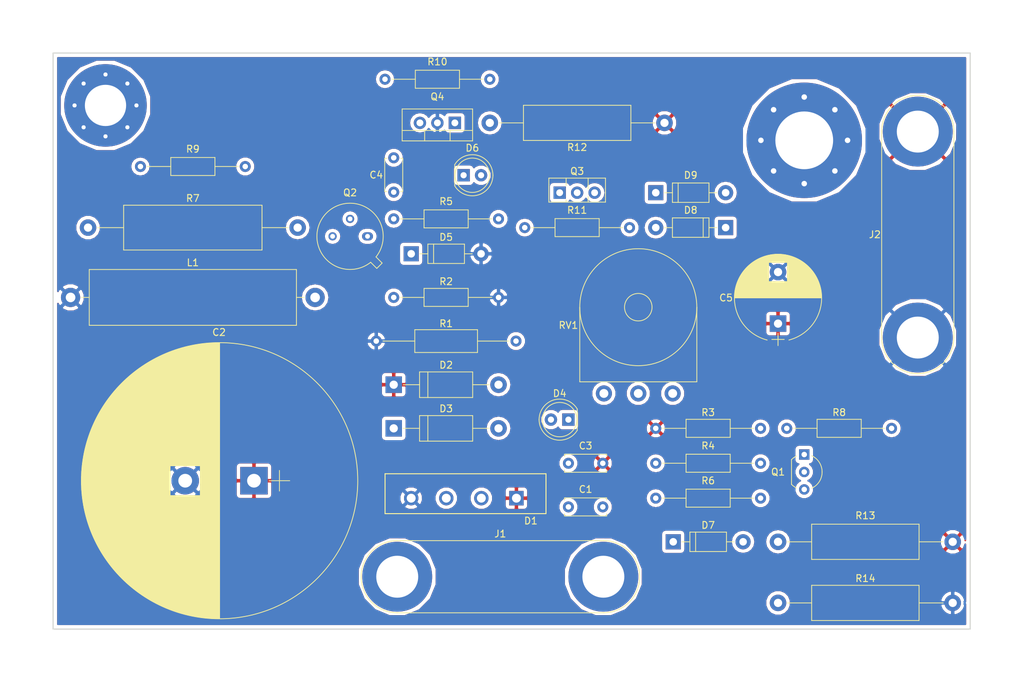
<source format=kicad_pcb>
(kicad_pcb (version 4) (host pcbnew 4.0.7)
  (title_block (title "Laboratory Power Supply") (company "Ventspils Augstskola") (comment 1 "Jevgēņijs Černovs") (comment 2 Autors))
  (layers (0 F.Cu power hide) (1 In1.Cu power) (2 In2.Cu power hide) (31 B.Cu power hide) (36 B.SilkS user) (37 F.SilkS user) (38 B.Mask user) (39 F.Mask user) (44 Edge.Cuts user))
  (net 0 "")
  (net 1 "Net-(C1-Pad1)")
  (net 2 "Net-(C1-Pad2)")
  (net 3 GND)
  (net 4 "Net-(C3-Pad2)")
  (net 5 "Net-(C4-Pad1)")
  (net 6 "Net-(C4-Pad2)")
  (net 7 "Net-(D2-Pad2)")
  (net 8 "Net-(D3-Pad2)")
  (net 9 "Net-(D5-Pad1)")
  (net 10 "Net-(D7-Pad1)")
  (net 11 "Net-(D7-Pad2)")
  (net 12 "Net-(D8-Pad1)")
  (net 13 "Net-(D8-Pad2)")
  (net 14 "Net-(D9-Pad1)")
  (net 15 "Net-(Q1-Pad2)")
  (net 16 "Net-(Q1-Pad1)")
  (net 17 "Net-(Q2-Pad1)")
  (net 18 "Net-(Q3-Pad2)")
  (net 19 "Net-(Q4-Pad3)")
  (net 20 "Net-(R3-Pad2)")
  (net 21 "Net-(R4-Pad2)")
  (net 22 +VDC)
  (module Capacitors_THT:C_Disc_D6.0mm_W2.5mm_P5.00mm (layer F.Cu) (at 143.51 120.65)
    (fp_text reference C1 (at 2.5 -2.56) (layer F.SilkS))
    (fp_text value 0,1)
    (pad 1 thru_hole circle (at 0 0) (size 1.6 1.6) (drill 0.8) (layers *.Cu *.Mask) (net 1 "Net-(C1-Pad1)"))
    (pad 2 thru_hole circle (at 5 0) (size 1.6 1.6) (drill 0.8) (layers *.Cu *.Mask) (net 2 "Net-(C1-Pad2)"))
  )
  (module Capacitors_THT:CP_Radial_D40.0mm_P10.00mm_SnapIn (layer F.Cu) (at 97.79 116.84 180)
    (fp_text reference C2 (at 5.08 21.59 180) (layer F.SilkS))
    (fp_text value 4000µFx50V)
    (pad 1 thru_hole rect (at 0 0 180) (size 4 4) (drill 2) (layers *.Cu *.Mask) (net 22 +VDC))
    (pad 2 thru_hole circle (at 10 0 180) (size 4 4) (drill 2) (layers *.Cu *.Mask) (net 3 GND))
  )
  (module Capacitors_THT:C_Disc_D6.0mm_W2.5mm_P5.00mm (layer F.Cu) (at 148.51 114.3 180)
    (fp_text reference C3 (at 2.5 2.54 180) (layer F.SilkS))
    (fp_text value 0,1)
    (pad 1 thru_hole circle (at 0 0 180) (size 1.6 1.6) (drill 0.8) (layers *.Cu *.Mask) (net 22 +VDC))
    (pad 2 thru_hole circle (at 5 0 180) (size 1.6 1.6) (drill 0.8) (layers *.Cu *.Mask) (net 4 "Net-(C3-Pad2)"))
  )
  (module Capacitors_THT:C_Disc_D4.7mm_W2.5mm_P5.00mm (layer F.Cu) (at 118.11 69.85 270)
    (fp_text reference C4 (at 2.5 2.54 360) (layer F.SilkS))
    (fp_text value 0,022)
    (pad 1 thru_hole circle (at 0 0 270) (size 1.6 1.6) (drill 0.8) (layers *.Cu *.Mask) (net 5 "Net-(C4-Pad1)"))
    (pad 2 thru_hole circle (at 5 0 270) (size 1.6 1.6) (drill 0.8) (layers *.Cu *.Mask) (net 6 "Net-(C4-Pad2)"))
  )
  (module Capacitors_THT:CP_Radial_D12.5mm_P7.50mm (layer F.Cu) (at 173.99 93.98 90)
    (fp_text reference C5 (at 3.75 -7.56 180) (layer F.SilkS))
    (fp_text value 1000µFx63V)
    (pad 1 thru_hole rect (at 0 0 90) (size 2.4 2.4) (drill 1.2) (layers *.Cu *.Mask) (net 22 +VDC))
    (pad 2 thru_hole circle (at 7.5 0 90) (size 2.4 2.4) (drill 1.2) (layers *.Cu *.Mask) (net 3 GND))
  )
  (module Diodes_THT:Diode_Bridge_18.5x5.5 (layer F.Cu) (at 120.65 119.38 180)
    (fp_text reference D1 (at -17.4 -3.3 180) (layer F.SilkS))
    (fp_text value "Diožu tilts Д242 (4)")
    (pad 3 thru_hole rect (at -15.3 0 180) (size 2.1 2.1) (drill 1.3) (layers *.Cu *.Mask) (net 22 +VDC))
    (pad 2 thru_hole circle (at -10.2 0 180) (size 2.1 2.1) (drill 1.3) (layers *.Cu *.Mask) (net 2 "Net-(C1-Pad2)"))
    (pad 1 thru_hole circle (at 0 0 180) (size 2.1 2.1) (drill 1.3) (layers *.Cu *.Mask) (net 3 GND))
    (pad 4 thru_hole circle (at -5.1 0 180) (size 2.1 2.1) (drill 1.3) (layers *.Cu *.Mask) (net 1 "Net-(C1-Pad1)"))
  )
  (module Diodes_THT:D_DO-15_P15.24mm_Horizontal (layer F.Cu) (at 118.11 102.87)
    (fp_text reference D2 (at 7.62 -2.86) (layer F.SilkS))
    (fp_text value КС191Ж)
    (pad 1 thru_hole rect (at 0 0) (size 2.4 2.4) (drill 1.2) (layers *.Cu *.Mask) (net 22 +VDC))
    (pad 2 thru_hole oval (at 15.24 0) (size 2.4 2.4) (drill 1.2) (layers *.Cu *.Mask) (net 7 "Net-(D2-Pad2)"))
  )
  (module Diodes_THT:D_DO-15_P15.24mm_Horizontal (layer F.Cu) (at 118.11 109.22)
    (fp_text reference D3 (at 7.62 -2.86) (layer F.SilkS))
    (fp_text value КС191Ж)
    (pad 1 thru_hole rect (at 0 0) (size 2.4 2.4) (drill 1.2) (layers *.Cu *.Mask) (net 7 "Net-(D2-Pad2)"))
    (pad 2 thru_hole oval (at 15.24 0) (size 2.4 2.4) (drill 1.2) (layers *.Cu *.Mask) (net 8 "Net-(D3-Pad2)"))
  )
  (module LEDs:LED_D5.0mm (layer F.Cu) (at 143.51 107.95 180)
    (fp_text reference D4 (at 1.27 3.81 180) (layer F.SilkS))
    (fp_text value АЛ307Б)
    (pad 1 thru_hole rect (at 0 0 180) (size 1.8 1.8) (drill 0.9) (layers *.Cu *.Mask) (net 4 "Net-(C3-Pad2)"))
    (pad 2 thru_hole circle (at 2.54 0 180) (size 1.8 1.8) (drill 0.9) (layers *.Cu *.Mask) (net 8 "Net-(D3-Pad2)"))
  )
  (module Diodes_THT:D_DO-41_SOD81_P10.16mm_Horizontal (layer F.Cu) (at 120.65 83.82)
    (fp_text reference D5 (at 5.08 -2.41) (layer F.SilkS))
    (fp_text value КД226А)
    (pad 1 thru_hole rect (at 0 0) (size 2.2 2.2) (drill 1.1) (layers *.Cu *.Mask) (net 9 "Net-(D5-Pad1)"))
    (pad 2 thru_hole oval (at 10.16 0) (size 2.2 2.2) (drill 1.1) (layers *.Cu *.Mask) (net 3 GND))
  )
  (module LEDs:LED_D5.0mm (layer F.Cu) (at 128.27 72.39)
    (fp_text reference D6 (at 1.27 -3.96) (layer F.SilkS))
    (fp_text value АЛ307Б)
    (pad 1 thru_hole rect (at 0 0) (size 1.8 1.8) (drill 0.9) (layers *.Cu *.Mask) (net 6 "Net-(C4-Pad2)"))
    (pad 2 thru_hole circle (at 2.54 0) (size 1.8 1.8) (drill 0.9) (layers *.Cu *.Mask) (net 5 "Net-(C4-Pad1)"))
  )
  (module Diodes_THT:D_DO-41_SOD81_P10.16mm_Horizontal (layer F.Cu) (at 158.75 125.73)
    (fp_text reference D7 (at 5.08 -2.41) (layer F.SilkS))
    (fp_text value КД522А)
    (pad 1 thru_hole rect (at 0 0) (size 2.2 2.2) (drill 1.1) (layers *.Cu *.Mask) (net 10 "Net-(D7-Pad1)"))
    (pad 2 thru_hole oval (at 10.16 0) (size 2.2 2.2) (drill 1.1) (layers *.Cu *.Mask) (net 11 "Net-(D7-Pad2)"))
  )
  (module Diodes_THT:D_DO-41_SOD81_P10.16mm_Horizontal (layer F.Cu) (at 166.37 80.01 180)
    (fp_text reference D8 (at 5.08 2.54 180) (layer F.SilkS))
    (fp_text value КД209А)
    (pad 1 thru_hole rect (at 0 0 180) (size 2.2 2.2) (drill 1.1) (layers *.Cu *.Mask) (net 12 "Net-(D8-Pad1)"))
    (pad 2 thru_hole oval (at 10.16 0 180) (size 2.2 2.2) (drill 1.1) (layers *.Cu *.Mask) (net 13 "Net-(D8-Pad2)"))
  )
  (module Diodes_THT:D_DO-41_SOD81_P10.16mm_Horizontal (layer F.Cu) (at 156.21 74.93)
    (fp_text reference D9 (at 5.08 -2.54) (layer F.SilkS))
    (fp_text value КД209А)
    (pad 1 thru_hole rect (at 0 0) (size 2.2 2.2) (drill 1.1) (layers *.Cu *.Mask) (net 14 "Net-(D9-Pad1)"))
    (pad 2 thru_hole oval (at 10.16 0) (size 2.2 2.2) (drill 1.1) (layers *.Cu *.Mask) (net 12 "Net-(D8-Pad1)"))
  )
  (module Connectors:Banana_Jack_2Pin (layer F.Cu) (at 118.62 130.81)
    (fp_text reference J1 (at 14.985 -6.24) (layer F.SilkS))
    (fp_text value Input_From_Transformator)
    (pad 1 thru_hole circle (at 0 0) (size 10.16 10.16) (drill 6.1) (layers *.Cu *.Mask) (net 1 "Net-(C1-Pad1)"))
    (pad 2 thru_hole circle (at 29.97 0) (size 10.16 10.16) (drill 6.1) (layers *.Cu *.Mask) (net 2 "Net-(C1-Pad2)"))
  )
  (module Connectors:Banana_Jack_2Pin (layer F.Cu) (at 194.31 96.01 90)
    (fp_text reference J2 (at 14.985 -6.24 180) (layer F.SilkS))
    (fp_text value Power_Output)
    (pad 1 thru_hole circle (at 0 0 90) (size 10.16 10.16) (drill 6.1) (layers *.Cu *.Mask) (net 3 GND))
    (pad 2 thru_hole circle (at 29.97 0 90) (size 10.16 10.16) (drill 6.1) (layers *.Cu *.Mask) (net 22 +VDC))
  )
  (module Inductors_THT:L_Axial_L30.0mm_D8.0mm_P35.56mm_Horizontal_Fastron_77A (layer F.Cu) (at 71.12 90.17)
    (fp_text reference L1 (at 17.78 -5.06) (layer F.SilkS))
    (fp_text value Drosele)
    (pad 1 thru_hole circle (at 0 0) (size 2.8 2.8) (drill 1.4) (layers *.Cu *.Mask) (net 3 GND))
    (pad 2 thru_hole oval (at 35.56 0) (size 2.8 2.8) (drill 1.4) (layers *.Cu *.Mask) (net 9 "Net-(D5-Pad1)"))
  )
  (module TO_SOT_Packages_THT:TO-92_Inline_Wide (layer F.Cu) (at 177.8 113.03 270)
    (fp_text reference Q1 (at 2.54 3.81 540) (layer F.SilkS))
    (fp_text value КТ209М)
    (pad 2 thru_hole circle (at 2.54 0) (size 1.52 1.52) (drill 0.8) (layers *.Cu *.Mask) (net 15 "Net-(Q1-Pad2)"))
    (pad 3 thru_hole circle (at 5.08 0) (size 1.52 1.52) (drill 0.8) (layers *.Cu *.Mask) (net 10 "Net-(D7-Pad1)"))
    (pad 1 thru_hole rect (at 0 0) (size 1.52 1.52) (drill 0.8) (layers *.Cu *.Mask) (net 16 "Net-(Q1-Pad1)"))
  )
  (module TO_SOT_Packages_THT:TO-39-3 (layer F.Cu) (at 114.3 81.28 180)
    (fp_text reference Q2 (at 2.54 6.35 180) (layer F.SilkS))
    (fp_text value КТ315Б)
    (pad 1 thru_hole oval (at 0 0 180) (size 1.6 1.2) (drill 0.7) (layers *.Cu *.Mask) (net 17 "Net-(Q2-Pad1)"))
    (pad 2 thru_hole oval (at 2.54 2.54 180) (size 1.2 1.2) (drill 0.7) (layers *.Cu *.Mask) (net 6 "Net-(C4-Pad2)"))
    (pad 3 thru_hole oval (at 5.08 0 180) (size 1.2 1.2) (drill 0.7) (layers *.Cu *.Mask) (net 9 "Net-(D5-Pad1)"))
  )
  (module TO_SOT_Packages_THT:TO-126_Vertical (layer F.Cu) (at 142.24 74.93)
    (fp_text reference Q3 (at 2.54 -3.12) (layer F.SilkS))
    (fp_text value КТ815Г)
    (pad 1 thru_hole rect (at 0 0) (size 1.8 1.8) (drill 1) (layers *.Cu *.Mask) (net 5 "Net-(C4-Pad1)"))
    (pad 2 thru_hole oval (at 2.54 0) (size 1.8 1.8) (drill 1) (layers *.Cu *.Mask) (net 18 "Net-(Q3-Pad2)"))
    (pad 3 thru_hole oval (at 5.08 0) (size 1.8 1.8) (drill 1) (layers *.Cu *.Mask) (net 13 "Net-(D8-Pad2)"))
  )
  (module TO_SOT_Packages_THT:TO-220-3_Vertical (layer F.Cu) (at 127 64.77 180)
    (fp_text reference Q4 (at 2.54 3.81 180) (layer F.SilkS))
    (fp_text value КТ819Г)
    (pad 1 thru_hole rect (at 0 0 180) (size 1.8 1.8) (drill 1) (layers *.Cu *.Mask) (net 14 "Net-(D9-Pad1)"))
    (pad 2 thru_hole oval (at 2.54 0 180) (size 1.8 1.8) (drill 1) (layers *.Cu *.Mask) (net 3 GND))
    (pad 3 thru_hole oval (at 5.08 0 180) (size 1.8 1.8) (drill 1) (layers *.Cu *.Mask) (net 19 "Net-(Q4-Pad3)"))
  )
  (module Resistors_THT:R_Axial_DIN0309_L9.0mm_D3.2mm_P20.32mm_Horizontal (layer F.Cu) (at 135.89 96.52 180)
    (fp_text reference R1 (at 10.16 2.54 180) (layer F.SilkS))
    (fp_text value 2,7k)
    (pad 1 thru_hole circle (at 0 0 180) (size 1.6 1.6) (drill 0.8) (layers *.Cu *.Mask) (net 4 "Net-(C3-Pad2)"))
    (pad 2 thru_hole oval (at 20.32 0 180) (size 1.6 1.6) (drill 0.8) (layers *.Cu *.Mask) (net 3 GND))
  )
  (module Resistors_THT:R_Axial_DIN0207_L6.3mm_D2.5mm_P15.24mm_Horizontal (layer F.Cu) (at 118.11 90.17)
    (fp_text reference R2 (at 7.62 -2.31) (layer F.SilkS))
    (fp_text value 100)
    (pad 1 thru_hole circle (at 0 0) (size 1.6 1.6) (drill 0.8) (layers *.Cu *.Mask) (net 9 "Net-(D5-Pad1)"))
    (pad 2 thru_hole oval (at 15.24 0) (size 1.6 1.6) (drill 0.8) (layers *.Cu *.Mask) (net 3 GND))
  )
  (module Resistors_THT:R_Axial_DIN0207_L6.3mm_D2.5mm_P15.24mm_Horizontal (layer F.Cu) (at 156.21 109.22)
    (fp_text reference R3 (at 7.62 -2.31) (layer F.SilkS))
    (fp_text value 1k)
    (pad 1 thru_hole circle (at 0 0) (size 1.6 1.6) (drill 0.8) (layers *.Cu *.Mask) (net 22 +VDC))
    (pad 2 thru_hole oval (at 15.24 0) (size 1.6 1.6) (drill 0.8) (layers *.Cu *.Mask) (net 20 "Net-(R3-Pad2)"))
  )
  (module Resistors_THT:R_Axial_DIN0207_L6.3mm_D2.5mm_P15.24mm_Horizontal (layer F.Cu) (at 171.45 114.3 180)
    (fp_text reference R4 (at 7.62 2.54 180) (layer F.SilkS))
    (fp_text value 3k)
    (pad 1 thru_hole circle (at 0 0 180) (size 1.6 1.6) (drill 0.8) (layers *.Cu *.Mask) (net 16 "Net-(Q1-Pad1)"))
    (pad 2 thru_hole oval (at 15.24 0 180) (size 1.6 1.6) (drill 0.8) (layers *.Cu *.Mask) (net 21 "Net-(R4-Pad2)"))
  )
  (module Resistors_THT:R_Axial_DIN0207_L6.3mm_D2.5mm_P15.24mm_Horizontal (layer F.Cu) (at 133.35 78.74 180)
    (fp_text reference R5 (at 7.62 2.54 180) (layer F.SilkS))
    (fp_text value 62)
    (pad 1 thru_hole circle (at 0 0 180) (size 1.6 1.6) (drill 0.8) (layers *.Cu *.Mask) (net 9 "Net-(D5-Pad1)"))
    (pad 2 thru_hole oval (at 15.24 0 180) (size 1.6 1.6) (drill 0.8) (layers *.Cu *.Mask) (net 17 "Net-(Q2-Pad1)"))
  )
  (module Resistors_THT:R_Axial_DIN0207_L6.3mm_D2.5mm_P15.24mm_Horizontal (layer F.Cu) (at 171.45 119.38 180)
    (fp_text reference R6 (at 7.62 2.54 180) (layer F.SilkS))
    (fp_text value 22k)
    (pad 1 thru_hole circle (at 0 0 180) (size 1.6 1.6) (drill 0.8) (layers *.Cu *.Mask) (net 10 "Net-(D7-Pad1)"))
    (pad 2 thru_hole oval (at 15.24 0 180) (size 1.6 1.6) (drill 0.8) (layers *.Cu *.Mask) (net 16 "Net-(Q1-Pad1)"))
  )
  (module Resistors_THT:R_Axial_Power_L20.0mm_W6.4mm_P30.48mm (layer F.Cu) (at 73.66 80.01)
    (fp_text reference R7 (at 15.24 -4.26) (layer F.SilkS))
    (fp_text value 2)
    (pad 1 thru_hole circle (at 0 0) (size 2.4 2.4) (drill 1.2) (layers *.Cu *.Mask) (net 19 "Net-(Q4-Pad3)"))
    (pad 2 thru_hole oval (at 30.48 0) (size 2.4 2.4) (drill 1.2) (layers *.Cu *.Mask) (net 9 "Net-(D5-Pad1)"))
  )
  (module Resistors_THT:R_Axial_DIN0207_L6.3mm_D2.5mm_P15.24mm_Horizontal (layer F.Cu) (at 175.26 109.22)
    (fp_text reference R8 (at 7.62 -2.31) (layer F.SilkS))
    (fp_text value 2,4k)
    (pad 1 thru_hole circle (at 0 0) (size 1.6 1.6) (drill 0.8) (layers *.Cu *.Mask) (net 5 "Net-(C4-Pad1)"))
    (pad 2 thru_hole oval (at 15.24 0) (size 1.6 1.6) (drill 0.8) (layers *.Cu *.Mask) (net 15 "Net-(Q1-Pad2)"))
  )
  (module Resistors_THT:R_Axial_DIN0207_L6.3mm_D2.5mm_P15.24mm_Horizontal (layer F.Cu) (at 96.52 71.12 180)
    (fp_text reference R9 (at 7.62 2.54 180) (layer F.SilkS))
    (fp_text value 82)
    (pad 1 thru_hole circle (at 0 0 180) (size 1.6 1.6) (drill 0.8) (layers *.Cu *.Mask) (net 17 "Net-(Q2-Pad1)"))
    (pad 2 thru_hole oval (at 15.24 0 180) (size 1.6 1.6) (drill 0.8) (layers *.Cu *.Mask) (net 19 "Net-(Q4-Pad3)"))
  )
  (module Resistors_THT:R_Axial_DIN0207_L6.3mm_D2.5mm_P15.24mm_Horizontal (layer F.Cu) (at 132.08 58.42 180)
    (fp_text reference R10 (at 7.62 2.54 180) (layer F.SilkS))
    (fp_text value 200)
    (pad 1 thru_hole circle (at 0 0 180) (size 1.6 1.6) (drill 0.8) (layers *.Cu *.Mask) (net 14 "Net-(D9-Pad1)"))
    (pad 2 thru_hole oval (at 15.24 0 180) (size 1.6 1.6) (drill 0.8) (layers *.Cu *.Mask) (net 19 "Net-(Q4-Pad3)"))
  )
  (module Resistors_THT:R_Axial_DIN0207_L6.3mm_D2.5mm_P15.24mm_Horizontal (layer F.Cu) (at 152.4 80.01 180)
    (fp_text reference R11 (at 7.62 2.54 180) (layer F.SilkS))
    (fp_text value 1k)
    (pad 1 thru_hole circle (at 0 0 180) (size 1.6 1.6) (drill 0.8) (layers *.Cu *.Mask) (net 13 "Net-(D8-Pad2)"))
    (pad 2 thru_hole oval (at 15.24 0 180) (size 1.6 1.6) (drill 0.8) (layers *.Cu *.Mask) (net 5 "Net-(C4-Pad1)"))
  )
  (module Resistors_THT:R_Axial_DIN0516_L15.5mm_D5.0mm_P25.40mm_Horizontal (layer F.Cu) (at 157.48 64.77 180)
    (fp_text reference R12 (at 12.7 -3.56 180) (layer F.SilkS))
    (fp_text value 150)
    (pad 1 thru_hole circle (at 0 0 180) (size 2.4 2.4) (drill 1.2) (layers *.Cu *.Mask) (net 22 +VDC))
    (pad 2 thru_hole oval (at 25.4 0 180) (size 2.4 2.4) (drill 1.2) (layers *.Cu *.Mask) (net 18 "Net-(Q3-Pad2)"))
  )
  (module Resistors_THT:R_Axial_DIN0516_L15.5mm_D5.0mm_P25.40mm_Horizontal (layer F.Cu) (at 199.39 125.73 180)
    (fp_text reference R13 (at 12.7 3.81 180) (layer F.SilkS))
    (fp_text value 330)
    (pad 1 thru_hole circle (at 0 0 180) (size 2.4 2.4) (drill 1.2) (layers *.Cu *.Mask) (net 22 +VDC))
    (pad 2 thru_hole oval (at 25.4 0 180) (size 2.4 2.4) (drill 1.2) (layers *.Cu *.Mask) (net 11 "Net-(D7-Pad2)"))
  )
  (module Resistors_THT:R_Axial_DIN0516_L15.5mm_D5.0mm_P25.40mm_Horizontal (layer F.Cu) (at 173.99 134.62)
    (fp_text reference R14 (at 12.7 -3.56) (layer F.SilkS))
    (fp_text value 330)
    (pad 1 thru_hole circle (at 0 0) (size 2.4 2.4) (drill 1.2) (layers *.Cu *.Mask) (net 11 "Net-(D7-Pad2)"))
    (pad 2 thru_hole oval (at 25.4 0) (size 2.4 2.4) (drill 1.2) (layers *.Cu *.Mask) (net 3 GND))
  )
  (module Potentiometers:Potentiometer_Omeg_PC16PU_Horizontal (layer F.Cu) (at 158.67 104.14 90)
    (fp_text reference RV1 (at 9.915 -15.16 180) (layer F.SilkS))
    (fp_text value 33k)
    (pad 3 thru_hole circle (at 0 -10 90) (size 2.34 2.34) (drill 1.3) (layers *.Cu *.Mask) (net 4 "Net-(C3-Pad2)"))
    (pad 2 thru_hole circle (at 0 -5 90) (size 2.34 2.34) (drill 1.3) (layers *.Cu *.Mask) (net 21 "Net-(R4-Pad2)"))
    (pad 1 thru_hole circle (at 0 0 90) (size 2.34 2.34) (drill 1.3) (layers *.Cu *.Mask) (net 20 "Net-(R3-Pad2)"))
  )
  (module Mounting_Holes:MountingHole_6mm_Pad_Via (layer F.Cu) (at 76.2 62.23)
    (fp_text reference "" (at 6.35 -5.08) (layer F.SilkS))
    (fp_text value MountingHole_6mm_Pad_Via)
    (pad 1 thru_hole circle (at 0 0) (size 12 12) (drill 6) (layers *.Cu *.Mask))
    (pad 1 thru_hole circle (at 4.5 0) (size 0.9 0.9) (drill 0.6) (layers *.Cu *.Mask))
    (pad 1 thru_hole circle (at 3.181981 3.181981) (size 0.9 0.9) (drill 0.6) (layers *.Cu *.Mask))
    (pad 1 thru_hole circle (at 0 4.5) (size 0.9 0.9) (drill 0.6) (layers *.Cu *.Mask))
    (pad 1 thru_hole circle (at -3.181981 3.181981) (size 0.9 0.9) (drill 0.6) (layers *.Cu *.Mask))
    (pad 1 thru_hole circle (at -4.5 0) (size 0.9 0.9) (drill 0.6) (layers *.Cu *.Mask))
    (pad 1 thru_hole circle (at -3.181981 -3.181981) (size 0.9 0.9) (drill 0.6) (layers *.Cu *.Mask))
    (pad 1 thru_hole circle (at 0 -4.5) (size 0.9 0.9) (drill 0.6) (layers *.Cu *.Mask))
    (pad 1 thru_hole circle (at 3.181981 -3.181981) (size 0.9 0.9) (drill 0.6) (layers *.Cu *.Mask))
  )
  (module Mounting_Holes:MountingHole_8.4mm_M8_Pad_Via (layer F.Cu) (at 177.8 67.31)
    (fp_text reference "" (at 0 -9.4) (layer F.SilkS))
    (fp_text value MountingHole_8.4mm_M8_Pad_Via)
    (pad 1 thru_hole circle (at 0 0) (size 16.8 16.8) (drill 8.4) (layers *.Cu *.Mask))
    (pad 1 thru_hole circle (at 6.3 0) (size 1.1 1.1) (drill 0.8) (layers *.Cu *.Mask))
    (pad 1 thru_hole circle (at 4.454773 4.454773) (size 1.1 1.1) (drill 0.8) (layers *.Cu *.Mask))
    (pad 1 thru_hole circle (at 0 6.3) (size 1.1 1.1) (drill 0.8) (layers *.Cu *.Mask))
    (pad 1 thru_hole circle (at -4.454773 4.454773) (size 1.1 1.1) (drill 0.8) (layers *.Cu *.Mask))
    (pad 1 thru_hole circle (at -6.3 0) (size 1.1 1.1) (drill 0.8) (layers *.Cu *.Mask))
    (pad 1 thru_hole circle (at -4.454773 -4.454773) (size 1.1 1.1) (drill 0.8) (layers *.Cu *.Mask))
    (pad 1 thru_hole circle (at 0 -6.3) (size 1.1 1.1) (drill 0.8) (layers *.Cu *.Mask))
    (pad 1 thru_hole circle (at 4.454773 -4.454773) (size 1.1 1.1) (drill 0.8) (layers *.Cu *.Mask))
  )
  (gr_line (start 68.58 138.43) (end 71.12 138.43) (layer Edge.Cuts) (width 0.15))
  (gr_line (start 68.58 90.17) (end 68.58 138.43) (layer Edge.Cuts) (width 0.15))
  (gr_line (start 68.58 54.61) (end 71.12 54.61) (layer Edge.Cuts) (width 0.15))
  (gr_line (start 68.58 90.17) (end 68.58 54.61) (layer Edge.Cuts) (width 0.15))
  (gr_line (start 71.12 138.43) (end 201.93 138.43) (layer Edge.Cuts) (width 0.15))
  (gr_line (start 71.12 54.61) (end 124.46 54.61) (layer Edge.Cuts) (width 0.15))
  (gr_line (start 201.93 54.61) (end 201.93 138.43) (layer Edge.Cuts) (width 0.15))
  (gr_line (start 124.46 54.61) (end 201.93 54.61) (layer Edge.Cuts) (width 0.15))
  (zone (net 22) (net_name +VDC) (layer F.Cu) (connect_pads (clearance 0.508)) (min_thickness 0.254) (fill yes (arc_segments 16) (thermal_gap 0.508) (thermal_bridge_width 0.508))
    (polygon (pts (xy 50.8 38.1) (xy 50.8 152.4) (xy 215.9 152.4) (xy 215.9 38.1)))
  )
  (zone (net 3) (net_name GND) (layer B.Cu) (connect_pads (clearance 0.508)) (min_thickness 0.254) (fill yes (arc_segments 16) (thermal_gap 0.508) (thermal_bridge_width 0.508))
    (polygon (pts (xy 50.8 38.1) (xy 50.8 152.4) (xy 215.9 152.4) (xy 215.9 38.1)))
  )
)
</source>
